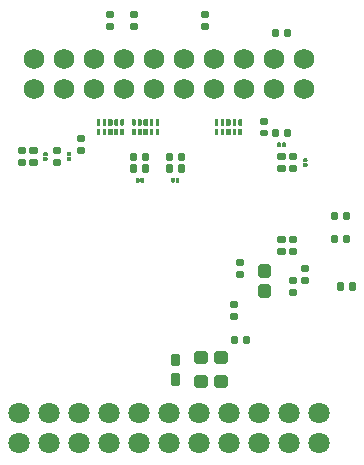
<source format=gbr>
G04 EAGLE Gerber RS-274X export*
G75*
%MOMM*%
%FSLAX34Y34*%
%LPD*%
%INSoldermask Bottom*%
%IPPOS*%
%AMOC8*
5,1,8,0,0,1.08239X$1,22.5*%
G01*
%ADD10C,0.348000*%
%ADD11C,0.605000*%
%ADD12C,0.448000*%
%ADD13C,1.805100*%
%ADD14C,1.750000*%

G36*
X-18750Y256295D02*
X-18750Y256295D01*
X-18749Y256295D01*
X-18533Y256329D01*
X-18532Y256330D01*
X-18531Y256330D01*
X-18336Y256429D01*
X-18336Y256430D01*
X-18335Y256430D01*
X-18180Y256585D01*
X-18180Y256586D01*
X-18179Y256586D01*
X-18080Y256781D01*
X-18080Y256782D01*
X-18079Y256783D01*
X-18045Y256999D01*
X-18045Y257000D01*
X-18045Y261000D01*
X-18045Y261001D01*
X-18079Y261217D01*
X-18080Y261218D01*
X-18080Y261219D01*
X-18179Y261414D01*
X-18180Y261414D01*
X-18180Y261415D01*
X-18335Y261570D01*
X-18336Y261570D01*
X-18336Y261571D01*
X-18531Y261670D01*
X-18532Y261670D01*
X-18533Y261671D01*
X-18749Y261705D01*
X-18750Y261705D01*
X-21250Y261705D01*
X-21251Y261705D01*
X-21467Y261671D01*
X-21468Y261670D01*
X-21469Y261670D01*
X-21664Y261571D01*
X-21664Y261570D01*
X-21665Y261570D01*
X-21820Y261415D01*
X-21820Y261414D01*
X-21821Y261414D01*
X-21920Y261219D01*
X-21920Y261218D01*
X-21921Y261217D01*
X-21955Y261001D01*
X-21955Y261000D01*
X-21955Y257000D01*
X-21955Y256999D01*
X-21921Y256783D01*
X-21920Y256782D01*
X-21920Y256781D01*
X-21821Y256586D01*
X-21820Y256586D01*
X-21820Y256585D01*
X-21665Y256430D01*
X-21664Y256430D01*
X-21664Y256429D01*
X-21469Y256330D01*
X-21468Y256330D01*
X-21467Y256329D01*
X-21251Y256295D01*
X-21250Y256295D01*
X-18750Y256295D01*
X-18750Y256295D01*
G37*
G36*
X-48750Y248295D02*
X-48750Y248295D01*
X-48749Y248295D01*
X-48533Y248329D01*
X-48532Y248330D01*
X-48531Y248330D01*
X-48336Y248429D01*
X-48336Y248430D01*
X-48335Y248430D01*
X-48180Y248585D01*
X-48180Y248586D01*
X-48179Y248586D01*
X-48080Y248781D01*
X-48080Y248782D01*
X-48079Y248783D01*
X-48045Y248999D01*
X-48045Y249000D01*
X-48045Y253000D01*
X-48045Y253001D01*
X-48079Y253217D01*
X-48080Y253218D01*
X-48080Y253219D01*
X-48179Y253414D01*
X-48180Y253414D01*
X-48180Y253415D01*
X-48335Y253570D01*
X-48336Y253570D01*
X-48336Y253571D01*
X-48531Y253670D01*
X-48532Y253670D01*
X-48533Y253671D01*
X-48749Y253705D01*
X-48750Y253705D01*
X-51250Y253705D01*
X-51251Y253705D01*
X-51467Y253671D01*
X-51468Y253670D01*
X-51469Y253670D01*
X-51664Y253571D01*
X-51664Y253570D01*
X-51665Y253570D01*
X-51820Y253415D01*
X-51820Y253414D01*
X-51821Y253414D01*
X-51920Y253219D01*
X-51920Y253218D01*
X-51921Y253217D01*
X-51955Y253001D01*
X-51955Y253000D01*
X-51955Y249000D01*
X-51955Y248999D01*
X-51921Y248783D01*
X-51920Y248782D01*
X-51920Y248781D01*
X-51821Y248586D01*
X-51820Y248586D01*
X-51820Y248585D01*
X-51665Y248430D01*
X-51664Y248430D01*
X-51664Y248429D01*
X-51469Y248330D01*
X-51468Y248330D01*
X-51467Y248329D01*
X-51251Y248295D01*
X-51250Y248295D01*
X-48750Y248295D01*
X-48750Y248295D01*
G37*
G36*
X-48750Y256295D02*
X-48750Y256295D01*
X-48749Y256295D01*
X-48533Y256329D01*
X-48532Y256330D01*
X-48531Y256330D01*
X-48336Y256429D01*
X-48336Y256430D01*
X-48335Y256430D01*
X-48180Y256585D01*
X-48180Y256586D01*
X-48179Y256586D01*
X-48080Y256781D01*
X-48080Y256782D01*
X-48079Y256783D01*
X-48045Y256999D01*
X-48045Y257000D01*
X-48045Y261000D01*
X-48045Y261001D01*
X-48079Y261217D01*
X-48080Y261218D01*
X-48080Y261219D01*
X-48179Y261414D01*
X-48180Y261414D01*
X-48180Y261415D01*
X-48335Y261570D01*
X-48336Y261570D01*
X-48336Y261571D01*
X-48531Y261670D01*
X-48532Y261670D01*
X-48533Y261671D01*
X-48749Y261705D01*
X-48750Y261705D01*
X-51250Y261705D01*
X-51251Y261705D01*
X-51467Y261671D01*
X-51468Y261670D01*
X-51469Y261670D01*
X-51664Y261571D01*
X-51664Y261570D01*
X-51665Y261570D01*
X-51820Y261415D01*
X-51820Y261414D01*
X-51821Y261414D01*
X-51920Y261219D01*
X-51920Y261218D01*
X-51921Y261217D01*
X-51955Y261001D01*
X-51955Y261000D01*
X-51955Y257000D01*
X-51955Y256999D01*
X-51921Y256783D01*
X-51920Y256782D01*
X-51920Y256781D01*
X-51821Y256586D01*
X-51820Y256586D01*
X-51820Y256585D01*
X-51665Y256430D01*
X-51664Y256430D01*
X-51664Y256429D01*
X-51469Y256330D01*
X-51468Y256330D01*
X-51467Y256329D01*
X-51251Y256295D01*
X-51250Y256295D01*
X-48750Y256295D01*
X-48750Y256295D01*
G37*
G36*
X-18750Y248295D02*
X-18750Y248295D01*
X-18749Y248295D01*
X-18533Y248329D01*
X-18532Y248330D01*
X-18531Y248330D01*
X-18336Y248429D01*
X-18336Y248430D01*
X-18335Y248430D01*
X-18180Y248585D01*
X-18180Y248586D01*
X-18179Y248586D01*
X-18080Y248781D01*
X-18080Y248782D01*
X-18079Y248783D01*
X-18045Y248999D01*
X-18045Y249000D01*
X-18045Y253000D01*
X-18045Y253001D01*
X-18079Y253217D01*
X-18080Y253218D01*
X-18080Y253219D01*
X-18179Y253414D01*
X-18180Y253414D01*
X-18180Y253415D01*
X-18335Y253570D01*
X-18336Y253570D01*
X-18336Y253571D01*
X-18531Y253670D01*
X-18532Y253670D01*
X-18533Y253671D01*
X-18749Y253705D01*
X-18750Y253705D01*
X-21250Y253705D01*
X-21251Y253705D01*
X-21467Y253671D01*
X-21468Y253670D01*
X-21469Y253670D01*
X-21664Y253571D01*
X-21664Y253570D01*
X-21665Y253570D01*
X-21820Y253415D01*
X-21820Y253414D01*
X-21821Y253414D01*
X-21920Y253219D01*
X-21920Y253218D01*
X-21921Y253217D01*
X-21955Y253001D01*
X-21955Y253000D01*
X-21955Y249000D01*
X-21955Y248999D01*
X-21921Y248783D01*
X-21920Y248782D01*
X-21920Y248781D01*
X-21821Y248586D01*
X-21820Y248586D01*
X-21820Y248585D01*
X-21665Y248430D01*
X-21664Y248430D01*
X-21664Y248429D01*
X-21469Y248330D01*
X-21468Y248330D01*
X-21467Y248329D01*
X-21251Y248295D01*
X-21250Y248295D01*
X-18750Y248295D01*
X-18750Y248295D01*
G37*
G36*
X51250Y256295D02*
X51250Y256295D01*
X51251Y256295D01*
X51467Y256329D01*
X51468Y256330D01*
X51469Y256330D01*
X51664Y256429D01*
X51664Y256430D01*
X51665Y256430D01*
X51820Y256585D01*
X51820Y256586D01*
X51821Y256586D01*
X51920Y256781D01*
X51920Y256782D01*
X51921Y256783D01*
X51955Y256999D01*
X51955Y257000D01*
X51955Y261000D01*
X51955Y261001D01*
X51921Y261217D01*
X51920Y261218D01*
X51920Y261219D01*
X51821Y261414D01*
X51820Y261414D01*
X51820Y261415D01*
X51665Y261570D01*
X51664Y261570D01*
X51664Y261571D01*
X51469Y261670D01*
X51468Y261670D01*
X51467Y261671D01*
X51251Y261705D01*
X51250Y261705D01*
X48750Y261705D01*
X48749Y261705D01*
X48533Y261671D01*
X48532Y261670D01*
X48531Y261670D01*
X48336Y261571D01*
X48336Y261570D01*
X48335Y261570D01*
X48180Y261415D01*
X48180Y261414D01*
X48179Y261414D01*
X48080Y261219D01*
X48080Y261218D01*
X48079Y261217D01*
X48045Y261001D01*
X48045Y261000D01*
X48045Y257000D01*
X48045Y256999D01*
X48079Y256783D01*
X48080Y256782D01*
X48080Y256781D01*
X48179Y256586D01*
X48180Y256586D01*
X48180Y256585D01*
X48335Y256430D01*
X48336Y256430D01*
X48336Y256429D01*
X48531Y256330D01*
X48532Y256330D01*
X48533Y256329D01*
X48749Y256295D01*
X48750Y256295D01*
X51250Y256295D01*
X51250Y256295D01*
G37*
G36*
X51250Y248295D02*
X51250Y248295D01*
X51251Y248295D01*
X51467Y248329D01*
X51468Y248330D01*
X51469Y248330D01*
X51664Y248429D01*
X51664Y248430D01*
X51665Y248430D01*
X51820Y248585D01*
X51820Y248586D01*
X51821Y248586D01*
X51920Y248781D01*
X51920Y248782D01*
X51921Y248783D01*
X51955Y248999D01*
X51955Y249000D01*
X51955Y253000D01*
X51955Y253001D01*
X51921Y253217D01*
X51920Y253218D01*
X51920Y253219D01*
X51821Y253414D01*
X51820Y253414D01*
X51820Y253415D01*
X51665Y253570D01*
X51664Y253570D01*
X51664Y253571D01*
X51469Y253670D01*
X51468Y253670D01*
X51467Y253671D01*
X51251Y253705D01*
X51250Y253705D01*
X48750Y253705D01*
X48749Y253705D01*
X48533Y253671D01*
X48532Y253670D01*
X48531Y253670D01*
X48336Y253571D01*
X48336Y253570D01*
X48335Y253570D01*
X48180Y253415D01*
X48180Y253414D01*
X48179Y253414D01*
X48080Y253219D01*
X48080Y253218D01*
X48079Y253217D01*
X48045Y253001D01*
X48045Y253000D01*
X48045Y249000D01*
X48045Y248999D01*
X48079Y248783D01*
X48080Y248782D01*
X48080Y248781D01*
X48179Y248586D01*
X48180Y248586D01*
X48180Y248585D01*
X48335Y248430D01*
X48336Y248430D01*
X48336Y248429D01*
X48531Y248330D01*
X48532Y248330D01*
X48533Y248329D01*
X48749Y248295D01*
X48750Y248295D01*
X51250Y248295D01*
X51250Y248295D01*
G37*
G36*
X55951Y256296D02*
X55951Y256296D01*
X55952Y256295D01*
X56132Y256356D01*
X56133Y256356D01*
X56134Y256356D01*
X56287Y256469D01*
X56287Y256470D01*
X56288Y256470D01*
X56398Y256625D01*
X56398Y256626D01*
X56399Y256627D01*
X56456Y256808D01*
X56456Y256809D01*
X56457Y256810D01*
X56455Y257000D01*
X56455Y261000D01*
X56457Y261190D01*
X56456Y261191D01*
X56456Y261192D01*
X56399Y261373D01*
X56398Y261374D01*
X56398Y261375D01*
X56288Y261530D01*
X56287Y261530D01*
X56287Y261531D01*
X56134Y261644D01*
X56132Y261644D01*
X55952Y261705D01*
X55951Y261704D01*
X55950Y261705D01*
X54050Y261705D01*
X54049Y261704D01*
X54048Y261705D01*
X53868Y261644D01*
X53867Y261644D01*
X53713Y261531D01*
X53713Y261530D01*
X53712Y261530D01*
X53602Y261375D01*
X53602Y261374D01*
X53601Y261373D01*
X53544Y261192D01*
X53544Y261191D01*
X53544Y261190D01*
X53545Y261000D01*
X53545Y257000D01*
X53544Y256810D01*
X53544Y256809D01*
X53544Y256808D01*
X53601Y256627D01*
X53602Y256626D01*
X53602Y256625D01*
X53712Y256470D01*
X53713Y256470D01*
X53713Y256469D01*
X53867Y256356D01*
X53868Y256356D01*
X54048Y256295D01*
X54049Y256296D01*
X54050Y256295D01*
X55950Y256295D01*
X55951Y256296D01*
G37*
G36*
X-44049Y256296D02*
X-44049Y256296D01*
X-44048Y256295D01*
X-43868Y256356D01*
X-43867Y256356D01*
X-43713Y256469D01*
X-43713Y256470D01*
X-43712Y256470D01*
X-43602Y256625D01*
X-43602Y256626D01*
X-43601Y256627D01*
X-43544Y256808D01*
X-43544Y256809D01*
X-43544Y256810D01*
X-43545Y257000D01*
X-43545Y261000D01*
X-43544Y261190D01*
X-43544Y261191D01*
X-43544Y261192D01*
X-43601Y261373D01*
X-43602Y261374D01*
X-43602Y261375D01*
X-43712Y261530D01*
X-43713Y261530D01*
X-43713Y261531D01*
X-43867Y261644D01*
X-43868Y261644D01*
X-44048Y261705D01*
X-44049Y261704D01*
X-44050Y261705D01*
X-45950Y261705D01*
X-45951Y261704D01*
X-45952Y261705D01*
X-46132Y261644D01*
X-46133Y261644D01*
X-46134Y261644D01*
X-46287Y261531D01*
X-46287Y261530D01*
X-46288Y261530D01*
X-46398Y261375D01*
X-46398Y261374D01*
X-46399Y261373D01*
X-46456Y261192D01*
X-46456Y261191D01*
X-46457Y261190D01*
X-46455Y261000D01*
X-46455Y257000D01*
X-46457Y256810D01*
X-46456Y256809D01*
X-46456Y256808D01*
X-46399Y256627D01*
X-46398Y256626D01*
X-46398Y256625D01*
X-46288Y256470D01*
X-46287Y256470D01*
X-46287Y256469D01*
X-46134Y256356D01*
X-46132Y256356D01*
X-45952Y256295D01*
X-45951Y256296D01*
X-45950Y256295D01*
X-44050Y256295D01*
X-44049Y256296D01*
G37*
G36*
X40951Y256296D02*
X40951Y256296D01*
X40952Y256295D01*
X41132Y256356D01*
X41133Y256356D01*
X41134Y256356D01*
X41287Y256469D01*
X41287Y256470D01*
X41288Y256470D01*
X41398Y256625D01*
X41398Y256626D01*
X41399Y256627D01*
X41456Y256808D01*
X41456Y256809D01*
X41457Y256810D01*
X41455Y257000D01*
X41455Y261000D01*
X41457Y261190D01*
X41456Y261191D01*
X41456Y261192D01*
X41399Y261373D01*
X41398Y261374D01*
X41398Y261375D01*
X41288Y261530D01*
X41287Y261530D01*
X41287Y261531D01*
X41134Y261644D01*
X41132Y261644D01*
X40952Y261705D01*
X40951Y261704D01*
X40950Y261705D01*
X39050Y261705D01*
X39049Y261704D01*
X39048Y261705D01*
X38868Y261644D01*
X38867Y261644D01*
X38713Y261531D01*
X38713Y261530D01*
X38712Y261530D01*
X38602Y261375D01*
X38602Y261374D01*
X38601Y261373D01*
X38544Y261192D01*
X38544Y261191D01*
X38544Y261190D01*
X38545Y261000D01*
X38545Y257000D01*
X38544Y256810D01*
X38544Y256809D01*
X38544Y256808D01*
X38601Y256627D01*
X38602Y256626D01*
X38602Y256625D01*
X38712Y256470D01*
X38713Y256470D01*
X38713Y256469D01*
X38867Y256356D01*
X38868Y256356D01*
X39048Y256295D01*
X39049Y256296D01*
X39050Y256295D01*
X40950Y256295D01*
X40951Y256296D01*
G37*
G36*
X-29049Y256296D02*
X-29049Y256296D01*
X-29048Y256295D01*
X-28868Y256356D01*
X-28867Y256356D01*
X-28713Y256469D01*
X-28713Y256470D01*
X-28712Y256470D01*
X-28602Y256625D01*
X-28602Y256626D01*
X-28601Y256627D01*
X-28544Y256808D01*
X-28544Y256809D01*
X-28544Y256810D01*
X-28545Y257000D01*
X-28545Y261000D01*
X-28544Y261190D01*
X-28544Y261191D01*
X-28544Y261192D01*
X-28601Y261373D01*
X-28602Y261374D01*
X-28602Y261375D01*
X-28712Y261530D01*
X-28713Y261530D01*
X-28713Y261531D01*
X-28867Y261644D01*
X-28868Y261644D01*
X-29048Y261705D01*
X-29049Y261704D01*
X-29050Y261705D01*
X-30950Y261705D01*
X-30951Y261704D01*
X-30952Y261705D01*
X-31132Y261644D01*
X-31133Y261644D01*
X-31134Y261644D01*
X-31287Y261531D01*
X-31287Y261530D01*
X-31288Y261530D01*
X-31398Y261375D01*
X-31398Y261374D01*
X-31399Y261373D01*
X-31456Y261192D01*
X-31456Y261191D01*
X-31457Y261190D01*
X-31455Y261000D01*
X-31455Y257000D01*
X-31457Y256810D01*
X-31456Y256809D01*
X-31456Y256808D01*
X-31399Y256627D01*
X-31398Y256626D01*
X-31398Y256625D01*
X-31288Y256470D01*
X-31287Y256470D01*
X-31287Y256469D01*
X-31134Y256356D01*
X-31132Y256356D01*
X-30952Y256295D01*
X-30951Y256296D01*
X-30950Y256295D01*
X-29050Y256295D01*
X-29049Y256296D01*
G37*
G36*
X-59049Y256296D02*
X-59049Y256296D01*
X-59048Y256295D01*
X-58868Y256356D01*
X-58867Y256356D01*
X-58713Y256469D01*
X-58713Y256470D01*
X-58712Y256470D01*
X-58602Y256625D01*
X-58602Y256626D01*
X-58601Y256627D01*
X-58544Y256808D01*
X-58544Y256809D01*
X-58544Y256810D01*
X-58545Y257000D01*
X-58545Y261000D01*
X-58544Y261190D01*
X-58544Y261191D01*
X-58544Y261192D01*
X-58601Y261373D01*
X-58602Y261374D01*
X-58602Y261375D01*
X-58712Y261530D01*
X-58713Y261530D01*
X-58713Y261531D01*
X-58867Y261644D01*
X-58868Y261644D01*
X-59048Y261705D01*
X-59049Y261704D01*
X-59050Y261705D01*
X-60950Y261705D01*
X-60951Y261704D01*
X-60952Y261705D01*
X-61132Y261644D01*
X-61133Y261644D01*
X-61134Y261644D01*
X-61287Y261531D01*
X-61287Y261530D01*
X-61288Y261530D01*
X-61398Y261375D01*
X-61398Y261374D01*
X-61399Y261373D01*
X-61456Y261192D01*
X-61456Y261191D01*
X-61457Y261190D01*
X-61455Y261000D01*
X-61455Y257000D01*
X-61457Y256810D01*
X-61456Y256809D01*
X-61456Y256808D01*
X-61399Y256627D01*
X-61398Y256626D01*
X-61398Y256625D01*
X-61288Y256470D01*
X-61287Y256470D01*
X-61287Y256469D01*
X-61134Y256356D01*
X-61132Y256356D01*
X-60952Y256295D01*
X-60951Y256296D01*
X-60950Y256295D01*
X-59050Y256295D01*
X-59049Y256296D01*
G37*
G36*
X45951Y256296D02*
X45951Y256296D01*
X45952Y256295D01*
X46132Y256356D01*
X46133Y256356D01*
X46134Y256356D01*
X46287Y256469D01*
X46287Y256470D01*
X46288Y256470D01*
X46398Y256625D01*
X46398Y256626D01*
X46399Y256627D01*
X46456Y256808D01*
X46456Y256809D01*
X46457Y256810D01*
X46455Y257000D01*
X46455Y261000D01*
X46457Y261190D01*
X46456Y261191D01*
X46456Y261192D01*
X46399Y261373D01*
X46398Y261374D01*
X46398Y261375D01*
X46288Y261530D01*
X46287Y261530D01*
X46287Y261531D01*
X46134Y261644D01*
X46132Y261644D01*
X45952Y261705D01*
X45951Y261704D01*
X45950Y261705D01*
X44050Y261705D01*
X44049Y261704D01*
X44048Y261705D01*
X43868Y261644D01*
X43867Y261644D01*
X43713Y261531D01*
X43713Y261530D01*
X43712Y261530D01*
X43602Y261375D01*
X43602Y261374D01*
X43601Y261373D01*
X43544Y261192D01*
X43544Y261191D01*
X43544Y261190D01*
X43545Y261000D01*
X43545Y257000D01*
X43544Y256810D01*
X43544Y256809D01*
X43544Y256808D01*
X43601Y256627D01*
X43602Y256626D01*
X43602Y256625D01*
X43712Y256470D01*
X43713Y256470D01*
X43713Y256469D01*
X43867Y256356D01*
X43868Y256356D01*
X44048Y256295D01*
X44049Y256296D01*
X44050Y256295D01*
X45950Y256295D01*
X45951Y256296D01*
G37*
G36*
X-9049Y256296D02*
X-9049Y256296D01*
X-9048Y256295D01*
X-8868Y256356D01*
X-8867Y256356D01*
X-8713Y256469D01*
X-8713Y256470D01*
X-8712Y256470D01*
X-8602Y256625D01*
X-8602Y256626D01*
X-8601Y256627D01*
X-8544Y256808D01*
X-8544Y256809D01*
X-8544Y256810D01*
X-8545Y257000D01*
X-8545Y261000D01*
X-8544Y261190D01*
X-8544Y261191D01*
X-8544Y261192D01*
X-8601Y261373D01*
X-8602Y261374D01*
X-8602Y261375D01*
X-8712Y261530D01*
X-8713Y261530D01*
X-8713Y261531D01*
X-8867Y261644D01*
X-8868Y261644D01*
X-9048Y261705D01*
X-9049Y261704D01*
X-9050Y261705D01*
X-10950Y261705D01*
X-10951Y261704D01*
X-10952Y261705D01*
X-11132Y261644D01*
X-11133Y261644D01*
X-11134Y261644D01*
X-11287Y261531D01*
X-11287Y261530D01*
X-11288Y261530D01*
X-11398Y261375D01*
X-11398Y261374D01*
X-11399Y261373D01*
X-11456Y261192D01*
X-11456Y261191D01*
X-11457Y261190D01*
X-11455Y261000D01*
X-11455Y257000D01*
X-11457Y256810D01*
X-11456Y256809D01*
X-11456Y256808D01*
X-11399Y256627D01*
X-11398Y256626D01*
X-11398Y256625D01*
X-11288Y256470D01*
X-11287Y256470D01*
X-11287Y256469D01*
X-11134Y256356D01*
X-11132Y256356D01*
X-10952Y256295D01*
X-10951Y256296D01*
X-10950Y256295D01*
X-9050Y256295D01*
X-9049Y256296D01*
G37*
G36*
X-14049Y256296D02*
X-14049Y256296D01*
X-14048Y256295D01*
X-13868Y256356D01*
X-13867Y256356D01*
X-13713Y256469D01*
X-13713Y256470D01*
X-13712Y256470D01*
X-13602Y256625D01*
X-13602Y256626D01*
X-13601Y256627D01*
X-13544Y256808D01*
X-13544Y256809D01*
X-13544Y256810D01*
X-13545Y257000D01*
X-13545Y261000D01*
X-13544Y261190D01*
X-13544Y261191D01*
X-13544Y261192D01*
X-13601Y261373D01*
X-13602Y261374D01*
X-13602Y261375D01*
X-13712Y261530D01*
X-13713Y261530D01*
X-13713Y261531D01*
X-13867Y261644D01*
X-13868Y261644D01*
X-14048Y261705D01*
X-14049Y261704D01*
X-14050Y261705D01*
X-15950Y261705D01*
X-15951Y261704D01*
X-15952Y261705D01*
X-16132Y261644D01*
X-16133Y261644D01*
X-16134Y261644D01*
X-16287Y261531D01*
X-16287Y261530D01*
X-16288Y261530D01*
X-16398Y261375D01*
X-16398Y261374D01*
X-16399Y261373D01*
X-16456Y261192D01*
X-16456Y261191D01*
X-16457Y261190D01*
X-16455Y261000D01*
X-16455Y257000D01*
X-16457Y256810D01*
X-16456Y256809D01*
X-16456Y256808D01*
X-16399Y256627D01*
X-16398Y256626D01*
X-16398Y256625D01*
X-16288Y256470D01*
X-16287Y256470D01*
X-16287Y256469D01*
X-16134Y256356D01*
X-16132Y256356D01*
X-15952Y256295D01*
X-15951Y256296D01*
X-15950Y256295D01*
X-14050Y256295D01*
X-14049Y256296D01*
G37*
G36*
X-24049Y256296D02*
X-24049Y256296D01*
X-24048Y256295D01*
X-23868Y256356D01*
X-23867Y256356D01*
X-23713Y256469D01*
X-23713Y256470D01*
X-23712Y256470D01*
X-23602Y256625D01*
X-23602Y256626D01*
X-23601Y256627D01*
X-23544Y256808D01*
X-23544Y256809D01*
X-23544Y256810D01*
X-23545Y257000D01*
X-23545Y261000D01*
X-23544Y261190D01*
X-23544Y261191D01*
X-23544Y261192D01*
X-23601Y261373D01*
X-23602Y261374D01*
X-23602Y261375D01*
X-23712Y261530D01*
X-23713Y261530D01*
X-23713Y261531D01*
X-23867Y261644D01*
X-23868Y261644D01*
X-24048Y261705D01*
X-24049Y261704D01*
X-24050Y261705D01*
X-25950Y261705D01*
X-25951Y261704D01*
X-25952Y261705D01*
X-26132Y261644D01*
X-26133Y261644D01*
X-26134Y261644D01*
X-26287Y261531D01*
X-26287Y261530D01*
X-26288Y261530D01*
X-26398Y261375D01*
X-26398Y261374D01*
X-26399Y261373D01*
X-26456Y261192D01*
X-26456Y261191D01*
X-26457Y261190D01*
X-26455Y261000D01*
X-26455Y257000D01*
X-26457Y256810D01*
X-26456Y256809D01*
X-26456Y256808D01*
X-26399Y256627D01*
X-26398Y256626D01*
X-26398Y256625D01*
X-26288Y256470D01*
X-26287Y256470D01*
X-26287Y256469D01*
X-26134Y256356D01*
X-26132Y256356D01*
X-25952Y256295D01*
X-25951Y256296D01*
X-25950Y256295D01*
X-24050Y256295D01*
X-24049Y256296D01*
G37*
G36*
X-54049Y256296D02*
X-54049Y256296D01*
X-54048Y256295D01*
X-53868Y256356D01*
X-53867Y256356D01*
X-53713Y256469D01*
X-53713Y256470D01*
X-53712Y256470D01*
X-53602Y256625D01*
X-53602Y256626D01*
X-53601Y256627D01*
X-53544Y256808D01*
X-53544Y256809D01*
X-53544Y256810D01*
X-53545Y257000D01*
X-53545Y261000D01*
X-53544Y261190D01*
X-53544Y261191D01*
X-53544Y261192D01*
X-53601Y261373D01*
X-53602Y261374D01*
X-53602Y261375D01*
X-53712Y261530D01*
X-53713Y261530D01*
X-53713Y261531D01*
X-53867Y261644D01*
X-53868Y261644D01*
X-54048Y261705D01*
X-54049Y261704D01*
X-54050Y261705D01*
X-55950Y261705D01*
X-55951Y261704D01*
X-55952Y261705D01*
X-56132Y261644D01*
X-56133Y261644D01*
X-56134Y261644D01*
X-56287Y261531D01*
X-56287Y261530D01*
X-56288Y261530D01*
X-56398Y261375D01*
X-56398Y261374D01*
X-56399Y261373D01*
X-56456Y261192D01*
X-56456Y261191D01*
X-56457Y261190D01*
X-56455Y261000D01*
X-56455Y257000D01*
X-56457Y256810D01*
X-56456Y256809D01*
X-56456Y256808D01*
X-56399Y256627D01*
X-56398Y256626D01*
X-56398Y256625D01*
X-56288Y256470D01*
X-56287Y256470D01*
X-56287Y256469D01*
X-56134Y256356D01*
X-56132Y256356D01*
X-55952Y256295D01*
X-55951Y256296D01*
X-55950Y256295D01*
X-54050Y256295D01*
X-54049Y256296D01*
G37*
G36*
X-39049Y256296D02*
X-39049Y256296D01*
X-39048Y256295D01*
X-38868Y256356D01*
X-38867Y256356D01*
X-38713Y256469D01*
X-38713Y256470D01*
X-38712Y256470D01*
X-38602Y256625D01*
X-38602Y256626D01*
X-38601Y256627D01*
X-38544Y256808D01*
X-38544Y256809D01*
X-38544Y256810D01*
X-38545Y257000D01*
X-38545Y261000D01*
X-38544Y261190D01*
X-38544Y261191D01*
X-38544Y261192D01*
X-38601Y261373D01*
X-38602Y261374D01*
X-38602Y261375D01*
X-38712Y261530D01*
X-38713Y261530D01*
X-38713Y261531D01*
X-38867Y261644D01*
X-38868Y261644D01*
X-39048Y261705D01*
X-39049Y261704D01*
X-39050Y261705D01*
X-40950Y261705D01*
X-40951Y261704D01*
X-40952Y261705D01*
X-41132Y261644D01*
X-41133Y261644D01*
X-41134Y261644D01*
X-41287Y261531D01*
X-41287Y261530D01*
X-41288Y261530D01*
X-41398Y261375D01*
X-41398Y261374D01*
X-41399Y261373D01*
X-41456Y261192D01*
X-41456Y261191D01*
X-41457Y261190D01*
X-41455Y261000D01*
X-41455Y257000D01*
X-41457Y256810D01*
X-41456Y256809D01*
X-41456Y256808D01*
X-41399Y256627D01*
X-41398Y256626D01*
X-41398Y256625D01*
X-41288Y256470D01*
X-41287Y256470D01*
X-41287Y256469D01*
X-41134Y256356D01*
X-41132Y256356D01*
X-40952Y256295D01*
X-40951Y256296D01*
X-40950Y256295D01*
X-39050Y256295D01*
X-39049Y256296D01*
G37*
G36*
X-44049Y248296D02*
X-44049Y248296D01*
X-44048Y248295D01*
X-43868Y248356D01*
X-43867Y248356D01*
X-43713Y248469D01*
X-43713Y248470D01*
X-43712Y248470D01*
X-43602Y248625D01*
X-43602Y248626D01*
X-43601Y248627D01*
X-43544Y248808D01*
X-43544Y248809D01*
X-43544Y248810D01*
X-43545Y249000D01*
X-43545Y253000D01*
X-43544Y253190D01*
X-43544Y253191D01*
X-43544Y253192D01*
X-43601Y253373D01*
X-43602Y253374D01*
X-43602Y253375D01*
X-43712Y253530D01*
X-43713Y253530D01*
X-43713Y253531D01*
X-43867Y253644D01*
X-43868Y253644D01*
X-44048Y253705D01*
X-44049Y253704D01*
X-44050Y253705D01*
X-45950Y253705D01*
X-45951Y253704D01*
X-45952Y253705D01*
X-46132Y253644D01*
X-46133Y253644D01*
X-46134Y253644D01*
X-46287Y253531D01*
X-46287Y253530D01*
X-46288Y253530D01*
X-46398Y253375D01*
X-46398Y253374D01*
X-46399Y253373D01*
X-46456Y253192D01*
X-46456Y253191D01*
X-46457Y253190D01*
X-46455Y253000D01*
X-46455Y249000D01*
X-46457Y248810D01*
X-46456Y248809D01*
X-46456Y248808D01*
X-46399Y248627D01*
X-46398Y248626D01*
X-46398Y248625D01*
X-46288Y248470D01*
X-46287Y248470D01*
X-46287Y248469D01*
X-46134Y248356D01*
X-46132Y248356D01*
X-45952Y248295D01*
X-45951Y248296D01*
X-45950Y248295D01*
X-44050Y248295D01*
X-44049Y248296D01*
G37*
G36*
X45951Y248296D02*
X45951Y248296D01*
X45952Y248295D01*
X46132Y248356D01*
X46133Y248356D01*
X46134Y248356D01*
X46287Y248469D01*
X46287Y248470D01*
X46288Y248470D01*
X46398Y248625D01*
X46398Y248626D01*
X46399Y248627D01*
X46456Y248808D01*
X46456Y248809D01*
X46457Y248810D01*
X46455Y249000D01*
X46455Y253000D01*
X46457Y253190D01*
X46456Y253191D01*
X46456Y253192D01*
X46399Y253373D01*
X46398Y253374D01*
X46398Y253375D01*
X46288Y253530D01*
X46287Y253530D01*
X46287Y253531D01*
X46134Y253644D01*
X46132Y253644D01*
X45952Y253705D01*
X45951Y253704D01*
X45950Y253705D01*
X44050Y253705D01*
X44049Y253704D01*
X44048Y253705D01*
X43868Y253644D01*
X43867Y253644D01*
X43713Y253531D01*
X43713Y253530D01*
X43712Y253530D01*
X43602Y253375D01*
X43602Y253374D01*
X43601Y253373D01*
X43544Y253192D01*
X43544Y253191D01*
X43544Y253190D01*
X43545Y253000D01*
X43545Y249000D01*
X43544Y248810D01*
X43544Y248809D01*
X43544Y248808D01*
X43601Y248627D01*
X43602Y248626D01*
X43602Y248625D01*
X43712Y248470D01*
X43713Y248470D01*
X43713Y248469D01*
X43867Y248356D01*
X43868Y248356D01*
X44048Y248295D01*
X44049Y248296D01*
X44050Y248295D01*
X45950Y248295D01*
X45951Y248296D01*
G37*
G36*
X40951Y248296D02*
X40951Y248296D01*
X40952Y248295D01*
X41132Y248356D01*
X41133Y248356D01*
X41134Y248356D01*
X41287Y248469D01*
X41287Y248470D01*
X41288Y248470D01*
X41398Y248625D01*
X41398Y248626D01*
X41399Y248627D01*
X41456Y248808D01*
X41456Y248809D01*
X41457Y248810D01*
X41455Y249000D01*
X41455Y253000D01*
X41457Y253190D01*
X41456Y253191D01*
X41456Y253192D01*
X41399Y253373D01*
X41398Y253374D01*
X41398Y253375D01*
X41288Y253530D01*
X41287Y253530D01*
X41287Y253531D01*
X41134Y253644D01*
X41132Y253644D01*
X40952Y253705D01*
X40951Y253704D01*
X40950Y253705D01*
X39050Y253705D01*
X39049Y253704D01*
X39048Y253705D01*
X38868Y253644D01*
X38867Y253644D01*
X38713Y253531D01*
X38713Y253530D01*
X38712Y253530D01*
X38602Y253375D01*
X38602Y253374D01*
X38601Y253373D01*
X38544Y253192D01*
X38544Y253191D01*
X38544Y253190D01*
X38545Y253000D01*
X38545Y249000D01*
X38544Y248810D01*
X38544Y248809D01*
X38544Y248808D01*
X38601Y248627D01*
X38602Y248626D01*
X38602Y248625D01*
X38712Y248470D01*
X38713Y248470D01*
X38713Y248469D01*
X38867Y248356D01*
X38868Y248356D01*
X39048Y248295D01*
X39049Y248296D01*
X39050Y248295D01*
X40950Y248295D01*
X40951Y248296D01*
G37*
G36*
X-24049Y248296D02*
X-24049Y248296D01*
X-24048Y248295D01*
X-23868Y248356D01*
X-23867Y248356D01*
X-23713Y248469D01*
X-23713Y248470D01*
X-23712Y248470D01*
X-23602Y248625D01*
X-23602Y248626D01*
X-23601Y248627D01*
X-23544Y248808D01*
X-23544Y248809D01*
X-23544Y248810D01*
X-23545Y249000D01*
X-23545Y253000D01*
X-23544Y253190D01*
X-23544Y253191D01*
X-23544Y253192D01*
X-23601Y253373D01*
X-23602Y253374D01*
X-23602Y253375D01*
X-23712Y253530D01*
X-23713Y253530D01*
X-23713Y253531D01*
X-23867Y253644D01*
X-23868Y253644D01*
X-24048Y253705D01*
X-24049Y253704D01*
X-24050Y253705D01*
X-25950Y253705D01*
X-25951Y253704D01*
X-25952Y253705D01*
X-26132Y253644D01*
X-26133Y253644D01*
X-26134Y253644D01*
X-26287Y253531D01*
X-26287Y253530D01*
X-26288Y253530D01*
X-26398Y253375D01*
X-26398Y253374D01*
X-26399Y253373D01*
X-26456Y253192D01*
X-26456Y253191D01*
X-26457Y253190D01*
X-26455Y253000D01*
X-26455Y249000D01*
X-26457Y248810D01*
X-26456Y248809D01*
X-26456Y248808D01*
X-26399Y248627D01*
X-26398Y248626D01*
X-26398Y248625D01*
X-26288Y248470D01*
X-26287Y248470D01*
X-26287Y248469D01*
X-26134Y248356D01*
X-26132Y248356D01*
X-25952Y248295D01*
X-25951Y248296D01*
X-25950Y248295D01*
X-24050Y248295D01*
X-24049Y248296D01*
G37*
G36*
X-29049Y248296D02*
X-29049Y248296D01*
X-29048Y248295D01*
X-28868Y248356D01*
X-28867Y248356D01*
X-28713Y248469D01*
X-28713Y248470D01*
X-28712Y248470D01*
X-28602Y248625D01*
X-28602Y248626D01*
X-28601Y248627D01*
X-28544Y248808D01*
X-28544Y248809D01*
X-28544Y248810D01*
X-28545Y249000D01*
X-28545Y253000D01*
X-28544Y253190D01*
X-28544Y253191D01*
X-28544Y253192D01*
X-28601Y253373D01*
X-28602Y253374D01*
X-28602Y253375D01*
X-28712Y253530D01*
X-28713Y253530D01*
X-28713Y253531D01*
X-28867Y253644D01*
X-28868Y253644D01*
X-29048Y253705D01*
X-29049Y253704D01*
X-29050Y253705D01*
X-30950Y253705D01*
X-30951Y253704D01*
X-30952Y253705D01*
X-31132Y253644D01*
X-31133Y253644D01*
X-31134Y253644D01*
X-31287Y253531D01*
X-31287Y253530D01*
X-31288Y253530D01*
X-31398Y253375D01*
X-31398Y253374D01*
X-31399Y253373D01*
X-31456Y253192D01*
X-31456Y253191D01*
X-31457Y253190D01*
X-31455Y253000D01*
X-31455Y249000D01*
X-31457Y248810D01*
X-31456Y248809D01*
X-31456Y248808D01*
X-31399Y248627D01*
X-31398Y248626D01*
X-31398Y248625D01*
X-31288Y248470D01*
X-31287Y248470D01*
X-31287Y248469D01*
X-31134Y248356D01*
X-31132Y248356D01*
X-30952Y248295D01*
X-30951Y248296D01*
X-30950Y248295D01*
X-29050Y248295D01*
X-29049Y248296D01*
G37*
G36*
X-9049Y248296D02*
X-9049Y248296D01*
X-9048Y248295D01*
X-8868Y248356D01*
X-8867Y248356D01*
X-8713Y248469D01*
X-8713Y248470D01*
X-8712Y248470D01*
X-8602Y248625D01*
X-8602Y248626D01*
X-8601Y248627D01*
X-8544Y248808D01*
X-8544Y248809D01*
X-8544Y248810D01*
X-8545Y249000D01*
X-8545Y253000D01*
X-8544Y253190D01*
X-8544Y253191D01*
X-8544Y253192D01*
X-8601Y253373D01*
X-8602Y253374D01*
X-8602Y253375D01*
X-8712Y253530D01*
X-8713Y253530D01*
X-8713Y253531D01*
X-8867Y253644D01*
X-8868Y253644D01*
X-9048Y253705D01*
X-9049Y253704D01*
X-9050Y253705D01*
X-10950Y253705D01*
X-10951Y253704D01*
X-10952Y253705D01*
X-11132Y253644D01*
X-11133Y253644D01*
X-11134Y253644D01*
X-11287Y253531D01*
X-11287Y253530D01*
X-11288Y253530D01*
X-11398Y253375D01*
X-11398Y253374D01*
X-11399Y253373D01*
X-11456Y253192D01*
X-11456Y253191D01*
X-11457Y253190D01*
X-11455Y253000D01*
X-11455Y249000D01*
X-11457Y248810D01*
X-11456Y248809D01*
X-11456Y248808D01*
X-11399Y248627D01*
X-11398Y248626D01*
X-11398Y248625D01*
X-11288Y248470D01*
X-11287Y248470D01*
X-11287Y248469D01*
X-11134Y248356D01*
X-11132Y248356D01*
X-10952Y248295D01*
X-10951Y248296D01*
X-10950Y248295D01*
X-9050Y248295D01*
X-9049Y248296D01*
G37*
G36*
X-14049Y248296D02*
X-14049Y248296D01*
X-14048Y248295D01*
X-13868Y248356D01*
X-13867Y248356D01*
X-13713Y248469D01*
X-13713Y248470D01*
X-13712Y248470D01*
X-13602Y248625D01*
X-13602Y248626D01*
X-13601Y248627D01*
X-13544Y248808D01*
X-13544Y248809D01*
X-13544Y248810D01*
X-13545Y249000D01*
X-13545Y253000D01*
X-13544Y253190D01*
X-13544Y253191D01*
X-13544Y253192D01*
X-13601Y253373D01*
X-13602Y253374D01*
X-13602Y253375D01*
X-13712Y253530D01*
X-13713Y253530D01*
X-13713Y253531D01*
X-13867Y253644D01*
X-13868Y253644D01*
X-14048Y253705D01*
X-14049Y253704D01*
X-14050Y253705D01*
X-15950Y253705D01*
X-15951Y253704D01*
X-15952Y253705D01*
X-16132Y253644D01*
X-16133Y253644D01*
X-16134Y253644D01*
X-16287Y253531D01*
X-16287Y253530D01*
X-16288Y253530D01*
X-16398Y253375D01*
X-16398Y253374D01*
X-16399Y253373D01*
X-16456Y253192D01*
X-16456Y253191D01*
X-16457Y253190D01*
X-16455Y253000D01*
X-16455Y249000D01*
X-16457Y248810D01*
X-16456Y248809D01*
X-16456Y248808D01*
X-16399Y248627D01*
X-16398Y248626D01*
X-16398Y248625D01*
X-16288Y248470D01*
X-16287Y248470D01*
X-16287Y248469D01*
X-16134Y248356D01*
X-16132Y248356D01*
X-15952Y248295D01*
X-15951Y248296D01*
X-15950Y248295D01*
X-14050Y248295D01*
X-14049Y248296D01*
G37*
G36*
X-39049Y248296D02*
X-39049Y248296D01*
X-39048Y248295D01*
X-38868Y248356D01*
X-38867Y248356D01*
X-38713Y248469D01*
X-38713Y248470D01*
X-38712Y248470D01*
X-38602Y248625D01*
X-38602Y248626D01*
X-38601Y248627D01*
X-38544Y248808D01*
X-38544Y248809D01*
X-38544Y248810D01*
X-38545Y249000D01*
X-38545Y253000D01*
X-38544Y253190D01*
X-38544Y253191D01*
X-38544Y253192D01*
X-38601Y253373D01*
X-38602Y253374D01*
X-38602Y253375D01*
X-38712Y253530D01*
X-38713Y253530D01*
X-38713Y253531D01*
X-38867Y253644D01*
X-38868Y253644D01*
X-39048Y253705D01*
X-39049Y253704D01*
X-39050Y253705D01*
X-40950Y253705D01*
X-40951Y253704D01*
X-40952Y253705D01*
X-41132Y253644D01*
X-41133Y253644D01*
X-41134Y253644D01*
X-41287Y253531D01*
X-41287Y253530D01*
X-41288Y253530D01*
X-41398Y253375D01*
X-41398Y253374D01*
X-41399Y253373D01*
X-41456Y253192D01*
X-41456Y253191D01*
X-41457Y253190D01*
X-41455Y253000D01*
X-41455Y249000D01*
X-41457Y248810D01*
X-41456Y248809D01*
X-41456Y248808D01*
X-41399Y248627D01*
X-41398Y248626D01*
X-41398Y248625D01*
X-41288Y248470D01*
X-41287Y248470D01*
X-41287Y248469D01*
X-41134Y248356D01*
X-41132Y248356D01*
X-40952Y248295D01*
X-40951Y248296D01*
X-40950Y248295D01*
X-39050Y248295D01*
X-39049Y248296D01*
G37*
G36*
X-59049Y248296D02*
X-59049Y248296D01*
X-59048Y248295D01*
X-58868Y248356D01*
X-58867Y248356D01*
X-58713Y248469D01*
X-58713Y248470D01*
X-58712Y248470D01*
X-58602Y248625D01*
X-58602Y248626D01*
X-58601Y248627D01*
X-58544Y248808D01*
X-58544Y248809D01*
X-58544Y248810D01*
X-58545Y249000D01*
X-58545Y253000D01*
X-58544Y253190D01*
X-58544Y253191D01*
X-58544Y253192D01*
X-58601Y253373D01*
X-58602Y253374D01*
X-58602Y253375D01*
X-58712Y253530D01*
X-58713Y253530D01*
X-58713Y253531D01*
X-58867Y253644D01*
X-58868Y253644D01*
X-59048Y253705D01*
X-59049Y253704D01*
X-59050Y253705D01*
X-60950Y253705D01*
X-60951Y253704D01*
X-60952Y253705D01*
X-61132Y253644D01*
X-61133Y253644D01*
X-61134Y253644D01*
X-61287Y253531D01*
X-61287Y253530D01*
X-61288Y253530D01*
X-61398Y253375D01*
X-61398Y253374D01*
X-61399Y253373D01*
X-61456Y253192D01*
X-61456Y253191D01*
X-61457Y253190D01*
X-61455Y253000D01*
X-61455Y249000D01*
X-61457Y248810D01*
X-61456Y248809D01*
X-61456Y248808D01*
X-61399Y248627D01*
X-61398Y248626D01*
X-61398Y248625D01*
X-61288Y248470D01*
X-61287Y248470D01*
X-61287Y248469D01*
X-61134Y248356D01*
X-61132Y248356D01*
X-60952Y248295D01*
X-60951Y248296D01*
X-60950Y248295D01*
X-59050Y248295D01*
X-59049Y248296D01*
G37*
G36*
X-54049Y248296D02*
X-54049Y248296D01*
X-54048Y248295D01*
X-53868Y248356D01*
X-53867Y248356D01*
X-53713Y248469D01*
X-53713Y248470D01*
X-53712Y248470D01*
X-53602Y248625D01*
X-53602Y248626D01*
X-53601Y248627D01*
X-53544Y248808D01*
X-53544Y248809D01*
X-53544Y248810D01*
X-53545Y249000D01*
X-53545Y253000D01*
X-53544Y253190D01*
X-53544Y253191D01*
X-53544Y253192D01*
X-53601Y253373D01*
X-53602Y253374D01*
X-53602Y253375D01*
X-53712Y253530D01*
X-53713Y253530D01*
X-53713Y253531D01*
X-53867Y253644D01*
X-53868Y253644D01*
X-54048Y253705D01*
X-54049Y253704D01*
X-54050Y253705D01*
X-55950Y253705D01*
X-55951Y253704D01*
X-55952Y253705D01*
X-56132Y253644D01*
X-56133Y253644D01*
X-56134Y253644D01*
X-56287Y253531D01*
X-56287Y253530D01*
X-56288Y253530D01*
X-56398Y253375D01*
X-56398Y253374D01*
X-56399Y253373D01*
X-56456Y253192D01*
X-56456Y253191D01*
X-56457Y253190D01*
X-56455Y253000D01*
X-56455Y249000D01*
X-56457Y248810D01*
X-56456Y248809D01*
X-56456Y248808D01*
X-56399Y248627D01*
X-56398Y248626D01*
X-56398Y248625D01*
X-56288Y248470D01*
X-56287Y248470D01*
X-56287Y248469D01*
X-56134Y248356D01*
X-56132Y248356D01*
X-55952Y248295D01*
X-55951Y248296D01*
X-55950Y248295D01*
X-54050Y248295D01*
X-54049Y248296D01*
G37*
G36*
X60951Y256296D02*
X60951Y256296D01*
X60952Y256295D01*
X61132Y256356D01*
X61133Y256356D01*
X61134Y256356D01*
X61287Y256469D01*
X61287Y256470D01*
X61288Y256470D01*
X61398Y256625D01*
X61398Y256626D01*
X61399Y256627D01*
X61456Y256808D01*
X61456Y256809D01*
X61457Y256810D01*
X61455Y257000D01*
X61455Y261000D01*
X61457Y261190D01*
X61456Y261191D01*
X61456Y261192D01*
X61399Y261373D01*
X61398Y261374D01*
X61398Y261375D01*
X61288Y261530D01*
X61287Y261530D01*
X61287Y261531D01*
X61134Y261644D01*
X61132Y261644D01*
X60952Y261705D01*
X60951Y261704D01*
X60950Y261705D01*
X59050Y261705D01*
X59049Y261704D01*
X59048Y261705D01*
X58868Y261644D01*
X58867Y261644D01*
X58713Y261531D01*
X58713Y261530D01*
X58712Y261530D01*
X58602Y261375D01*
X58602Y261374D01*
X58601Y261373D01*
X58544Y261192D01*
X58544Y261191D01*
X58544Y261190D01*
X58545Y261000D01*
X58545Y257000D01*
X58544Y256810D01*
X58544Y256809D01*
X58544Y256808D01*
X58601Y256627D01*
X58602Y256626D01*
X58602Y256625D01*
X58712Y256470D01*
X58713Y256470D01*
X58713Y256469D01*
X58867Y256356D01*
X58868Y256356D01*
X59048Y256295D01*
X59049Y256296D01*
X59050Y256295D01*
X60950Y256295D01*
X60951Y256296D01*
G37*
G36*
X55951Y248296D02*
X55951Y248296D01*
X55952Y248295D01*
X56132Y248356D01*
X56133Y248356D01*
X56134Y248356D01*
X56287Y248469D01*
X56287Y248470D01*
X56288Y248470D01*
X56398Y248625D01*
X56398Y248626D01*
X56399Y248627D01*
X56456Y248808D01*
X56456Y248809D01*
X56457Y248810D01*
X56455Y249000D01*
X56455Y253000D01*
X56457Y253190D01*
X56456Y253191D01*
X56456Y253192D01*
X56399Y253373D01*
X56398Y253374D01*
X56398Y253375D01*
X56288Y253530D01*
X56287Y253530D01*
X56287Y253531D01*
X56134Y253644D01*
X56132Y253644D01*
X55952Y253705D01*
X55951Y253704D01*
X55950Y253705D01*
X54050Y253705D01*
X54049Y253704D01*
X54048Y253705D01*
X53868Y253644D01*
X53867Y253644D01*
X53713Y253531D01*
X53713Y253530D01*
X53712Y253530D01*
X53602Y253375D01*
X53602Y253374D01*
X53601Y253373D01*
X53544Y253192D01*
X53544Y253191D01*
X53544Y253190D01*
X53545Y253000D01*
X53545Y249000D01*
X53544Y248810D01*
X53544Y248809D01*
X53544Y248808D01*
X53601Y248627D01*
X53602Y248626D01*
X53602Y248625D01*
X53712Y248470D01*
X53713Y248470D01*
X53713Y248469D01*
X53867Y248356D01*
X53868Y248356D01*
X54048Y248295D01*
X54049Y248296D01*
X54050Y248295D01*
X55950Y248295D01*
X55951Y248296D01*
G37*
G36*
X60951Y248296D02*
X60951Y248296D01*
X60952Y248295D01*
X61132Y248356D01*
X61133Y248356D01*
X61134Y248356D01*
X61287Y248469D01*
X61287Y248470D01*
X61288Y248470D01*
X61398Y248625D01*
X61398Y248626D01*
X61399Y248627D01*
X61456Y248808D01*
X61456Y248809D01*
X61457Y248810D01*
X61455Y249000D01*
X61455Y253000D01*
X61457Y253190D01*
X61456Y253191D01*
X61456Y253192D01*
X61399Y253373D01*
X61398Y253374D01*
X61398Y253375D01*
X61288Y253530D01*
X61287Y253530D01*
X61287Y253531D01*
X61134Y253644D01*
X61132Y253644D01*
X60952Y253705D01*
X60951Y253704D01*
X60950Y253705D01*
X59050Y253705D01*
X59049Y253704D01*
X59048Y253705D01*
X58868Y253644D01*
X58867Y253644D01*
X58713Y253531D01*
X58713Y253530D01*
X58712Y253530D01*
X58602Y253375D01*
X58602Y253374D01*
X58601Y253373D01*
X58544Y253192D01*
X58544Y253191D01*
X58544Y253190D01*
X58545Y253000D01*
X58545Y249000D01*
X58544Y248810D01*
X58544Y248809D01*
X58544Y248808D01*
X58601Y248627D01*
X58602Y248626D01*
X58602Y248625D01*
X58712Y248470D01*
X58713Y248470D01*
X58713Y248469D01*
X58867Y248356D01*
X58868Y248356D01*
X59048Y248295D01*
X59049Y248296D01*
X59050Y248295D01*
X60950Y248295D01*
X60951Y248296D01*
G37*
G36*
X97550Y237995D02*
X97550Y237995D01*
X97551Y237995D01*
X97860Y238044D01*
X97860Y238045D01*
X97861Y238045D01*
X98140Y238187D01*
X98140Y238188D01*
X98141Y238187D01*
X98363Y238409D01*
X98363Y238410D01*
X98506Y238689D01*
X98505Y238690D01*
X98506Y238690D01*
X98555Y238999D01*
X98555Y239000D01*
X98555Y241000D01*
X98555Y241001D01*
X98506Y241310D01*
X98505Y241310D01*
X98506Y241311D01*
X98363Y241590D01*
X98363Y241591D01*
X98141Y241813D01*
X98140Y241813D01*
X97861Y241956D01*
X97860Y241955D01*
X97860Y241956D01*
X97551Y242005D01*
X97550Y242005D01*
X96250Y242005D01*
X96249Y242005D01*
X95940Y241956D01*
X95940Y241955D01*
X95939Y241956D01*
X95660Y241813D01*
X95659Y241813D01*
X95437Y241591D01*
X95437Y241590D01*
X95295Y241311D01*
X95295Y241310D01*
X95294Y241310D01*
X95245Y241001D01*
X95245Y241000D01*
X95245Y239000D01*
X95245Y238999D01*
X95294Y238690D01*
X95295Y238690D01*
X95295Y238689D01*
X95437Y238410D01*
X95438Y238410D01*
X95437Y238409D01*
X95659Y238187D01*
X95660Y238187D01*
X95939Y238045D01*
X95940Y238045D01*
X95940Y238044D01*
X96249Y237995D01*
X96250Y237995D01*
X97550Y237995D01*
X97550Y237995D01*
G37*
G36*
X93750Y237995D02*
X93750Y237995D01*
X93751Y237995D01*
X94060Y238044D01*
X94060Y238045D01*
X94061Y238045D01*
X94340Y238187D01*
X94340Y238188D01*
X94341Y238187D01*
X94563Y238409D01*
X94563Y238410D01*
X94706Y238689D01*
X94705Y238690D01*
X94706Y238690D01*
X94755Y238999D01*
X94755Y239000D01*
X94755Y241000D01*
X94755Y241001D01*
X94706Y241310D01*
X94705Y241310D01*
X94706Y241311D01*
X94563Y241590D01*
X94563Y241591D01*
X94341Y241813D01*
X94340Y241813D01*
X94061Y241956D01*
X94060Y241955D01*
X94060Y241956D01*
X93751Y242005D01*
X93750Y242005D01*
X92450Y242005D01*
X92449Y242005D01*
X92140Y241956D01*
X92140Y241955D01*
X92139Y241956D01*
X91860Y241813D01*
X91859Y241813D01*
X91637Y241591D01*
X91637Y241590D01*
X91495Y241311D01*
X91495Y241310D01*
X91494Y241310D01*
X91445Y241001D01*
X91445Y241000D01*
X91445Y239000D01*
X91445Y238999D01*
X91494Y238690D01*
X91495Y238690D01*
X91495Y238689D01*
X91637Y238410D01*
X91638Y238410D01*
X91637Y238409D01*
X91859Y238187D01*
X91860Y238187D01*
X92139Y238045D01*
X92140Y238045D01*
X92140Y238044D01*
X92449Y237995D01*
X92450Y237995D01*
X93750Y237995D01*
X93750Y237995D01*
G37*
G36*
X7550Y207995D02*
X7550Y207995D01*
X7551Y207995D01*
X7860Y208044D01*
X7860Y208045D01*
X7861Y208045D01*
X8140Y208187D01*
X8140Y208188D01*
X8141Y208187D01*
X8363Y208409D01*
X8363Y208410D01*
X8506Y208689D01*
X8505Y208690D01*
X8506Y208690D01*
X8555Y208999D01*
X8555Y209000D01*
X8555Y211000D01*
X8555Y211001D01*
X8506Y211310D01*
X8505Y211310D01*
X8506Y211311D01*
X8363Y211590D01*
X8363Y211591D01*
X8141Y211813D01*
X8140Y211813D01*
X7861Y211956D01*
X7860Y211955D01*
X7860Y211956D01*
X7551Y212005D01*
X7550Y212005D01*
X6250Y212005D01*
X6249Y212005D01*
X5940Y211956D01*
X5940Y211955D01*
X5939Y211956D01*
X5660Y211813D01*
X5659Y211813D01*
X5437Y211591D01*
X5437Y211590D01*
X5295Y211311D01*
X5295Y211310D01*
X5294Y211310D01*
X5245Y211001D01*
X5245Y211000D01*
X5245Y209000D01*
X5245Y208999D01*
X5294Y208690D01*
X5295Y208690D01*
X5295Y208689D01*
X5437Y208410D01*
X5438Y208410D01*
X5437Y208409D01*
X5659Y208187D01*
X5660Y208187D01*
X5939Y208045D01*
X5940Y208045D01*
X5940Y208044D01*
X6249Y207995D01*
X6250Y207995D01*
X7550Y207995D01*
X7550Y207995D01*
G37*
G36*
X3750Y207995D02*
X3750Y207995D01*
X3751Y207995D01*
X4060Y208044D01*
X4060Y208045D01*
X4061Y208045D01*
X4340Y208187D01*
X4340Y208188D01*
X4341Y208187D01*
X4563Y208409D01*
X4563Y208410D01*
X4706Y208689D01*
X4705Y208690D01*
X4706Y208690D01*
X4755Y208999D01*
X4755Y209000D01*
X4755Y211000D01*
X4755Y211001D01*
X4706Y211310D01*
X4705Y211310D01*
X4706Y211311D01*
X4563Y211590D01*
X4563Y211591D01*
X4341Y211813D01*
X4340Y211813D01*
X4061Y211956D01*
X4060Y211955D01*
X4060Y211956D01*
X3751Y212005D01*
X3750Y212005D01*
X2450Y212005D01*
X2449Y212005D01*
X2140Y211956D01*
X2140Y211955D01*
X2139Y211956D01*
X1860Y211813D01*
X1859Y211813D01*
X1637Y211591D01*
X1637Y211590D01*
X1495Y211311D01*
X1495Y211310D01*
X1494Y211310D01*
X1445Y211001D01*
X1445Y211000D01*
X1445Y209000D01*
X1445Y208999D01*
X1494Y208690D01*
X1495Y208690D01*
X1495Y208689D01*
X1637Y208410D01*
X1638Y208410D01*
X1637Y208409D01*
X1859Y208187D01*
X1860Y208187D01*
X2139Y208045D01*
X2140Y208045D01*
X2140Y208044D01*
X2449Y207995D01*
X2450Y207995D01*
X3750Y207995D01*
X3750Y207995D01*
G37*
G36*
X-22450Y207995D02*
X-22450Y207995D01*
X-22449Y207995D01*
X-22140Y208044D01*
X-22140Y208045D01*
X-22139Y208045D01*
X-21860Y208187D01*
X-21860Y208188D01*
X-21859Y208187D01*
X-21637Y208409D01*
X-21637Y208410D01*
X-21495Y208689D01*
X-21495Y208690D01*
X-21494Y208690D01*
X-21445Y208999D01*
X-21445Y209000D01*
X-21445Y211000D01*
X-21445Y211001D01*
X-21494Y211310D01*
X-21495Y211310D01*
X-21495Y211311D01*
X-21637Y211590D01*
X-21638Y211590D01*
X-21637Y211591D01*
X-21859Y211813D01*
X-21860Y211813D01*
X-22139Y211956D01*
X-22140Y211955D01*
X-22140Y211956D01*
X-22449Y212005D01*
X-22450Y212005D01*
X-23750Y212005D01*
X-23751Y212005D01*
X-24060Y211956D01*
X-24060Y211955D01*
X-24061Y211956D01*
X-24340Y211813D01*
X-24341Y211813D01*
X-24563Y211591D01*
X-24563Y211590D01*
X-24706Y211311D01*
X-24705Y211310D01*
X-24706Y211310D01*
X-24755Y211001D01*
X-24755Y211000D01*
X-24755Y209000D01*
X-24755Y208999D01*
X-24706Y208690D01*
X-24705Y208690D01*
X-24706Y208689D01*
X-24563Y208410D01*
X-24563Y208409D01*
X-24341Y208187D01*
X-24340Y208187D01*
X-24061Y208045D01*
X-24060Y208045D01*
X-24060Y208044D01*
X-23751Y207995D01*
X-23750Y207995D01*
X-22450Y207995D01*
X-22450Y207995D01*
G37*
G36*
X-26250Y207995D02*
X-26250Y207995D01*
X-26249Y207995D01*
X-25940Y208044D01*
X-25940Y208045D01*
X-25939Y208045D01*
X-25660Y208187D01*
X-25660Y208188D01*
X-25659Y208187D01*
X-25437Y208409D01*
X-25437Y208410D01*
X-25295Y208689D01*
X-25295Y208690D01*
X-25294Y208690D01*
X-25245Y208999D01*
X-25245Y209000D01*
X-25245Y211000D01*
X-25245Y211001D01*
X-25294Y211310D01*
X-25295Y211310D01*
X-25295Y211311D01*
X-25437Y211590D01*
X-25438Y211590D01*
X-25437Y211591D01*
X-25659Y211813D01*
X-25660Y211813D01*
X-25939Y211956D01*
X-25940Y211955D01*
X-25940Y211956D01*
X-26249Y212005D01*
X-26250Y212005D01*
X-27550Y212005D01*
X-27551Y212005D01*
X-27860Y211956D01*
X-27860Y211955D01*
X-27861Y211956D01*
X-28140Y211813D01*
X-28141Y211813D01*
X-28363Y211591D01*
X-28363Y211590D01*
X-28506Y211311D01*
X-28505Y211310D01*
X-28506Y211310D01*
X-28555Y211001D01*
X-28555Y211000D01*
X-28555Y209000D01*
X-28555Y208999D01*
X-28506Y208690D01*
X-28505Y208690D01*
X-28506Y208689D01*
X-28363Y208410D01*
X-28363Y208409D01*
X-28141Y208187D01*
X-28140Y208187D01*
X-27861Y208045D01*
X-27860Y208045D01*
X-27860Y208044D01*
X-27551Y207995D01*
X-27550Y207995D01*
X-26250Y207995D01*
X-26250Y207995D01*
G37*
G36*
X-104000Y230245D02*
X-104000Y230245D01*
X-103999Y230245D01*
X-103690Y230294D01*
X-103690Y230295D01*
X-103689Y230295D01*
X-103410Y230437D01*
X-103410Y230438D01*
X-103409Y230437D01*
X-103187Y230659D01*
X-103187Y230660D01*
X-103045Y230939D01*
X-103045Y230940D01*
X-103044Y230940D01*
X-102995Y231249D01*
X-102995Y231250D01*
X-102995Y232550D01*
X-102995Y232551D01*
X-103044Y232860D01*
X-103045Y232860D01*
X-103045Y232861D01*
X-103187Y233140D01*
X-103188Y233140D01*
X-103187Y233141D01*
X-103409Y233363D01*
X-103410Y233363D01*
X-103689Y233506D01*
X-103690Y233505D01*
X-103690Y233506D01*
X-103999Y233555D01*
X-104000Y233555D01*
X-106000Y233555D01*
X-106001Y233555D01*
X-106310Y233506D01*
X-106310Y233505D01*
X-106311Y233506D01*
X-106590Y233363D01*
X-106591Y233363D01*
X-106813Y233141D01*
X-106813Y233140D01*
X-106956Y232861D01*
X-106955Y232860D01*
X-106956Y232860D01*
X-107005Y232551D01*
X-107005Y232550D01*
X-107005Y231250D01*
X-107005Y231249D01*
X-106956Y230940D01*
X-106955Y230940D01*
X-106956Y230939D01*
X-106813Y230660D01*
X-106813Y230659D01*
X-106591Y230437D01*
X-106590Y230437D01*
X-106311Y230295D01*
X-106310Y230295D01*
X-106310Y230294D01*
X-106001Y230245D01*
X-106000Y230245D01*
X-104000Y230245D01*
X-104000Y230245D01*
G37*
G36*
X-84000Y230245D02*
X-84000Y230245D01*
X-83999Y230245D01*
X-83690Y230294D01*
X-83690Y230295D01*
X-83689Y230295D01*
X-83410Y230437D01*
X-83410Y230438D01*
X-83409Y230437D01*
X-83187Y230659D01*
X-83187Y230660D01*
X-83045Y230939D01*
X-83045Y230940D01*
X-83044Y230940D01*
X-82995Y231249D01*
X-82995Y231250D01*
X-82995Y232550D01*
X-82995Y232551D01*
X-83044Y232860D01*
X-83045Y232860D01*
X-83045Y232861D01*
X-83187Y233140D01*
X-83188Y233140D01*
X-83187Y233141D01*
X-83409Y233363D01*
X-83410Y233363D01*
X-83689Y233506D01*
X-83690Y233505D01*
X-83690Y233506D01*
X-83999Y233555D01*
X-84000Y233555D01*
X-86000Y233555D01*
X-86001Y233555D01*
X-86310Y233506D01*
X-86310Y233505D01*
X-86311Y233506D01*
X-86590Y233363D01*
X-86591Y233363D01*
X-86813Y233141D01*
X-86813Y233140D01*
X-86956Y232861D01*
X-86955Y232860D01*
X-86956Y232860D01*
X-87005Y232551D01*
X-87005Y232550D01*
X-87005Y231250D01*
X-87005Y231249D01*
X-86956Y230940D01*
X-86955Y230940D01*
X-86956Y230939D01*
X-86813Y230660D01*
X-86813Y230659D01*
X-86591Y230437D01*
X-86590Y230437D01*
X-86311Y230295D01*
X-86310Y230295D01*
X-86310Y230294D01*
X-86001Y230245D01*
X-86000Y230245D01*
X-84000Y230245D01*
X-84000Y230245D01*
G37*
G36*
X-104000Y226445D02*
X-104000Y226445D01*
X-103999Y226445D01*
X-103690Y226494D01*
X-103690Y226495D01*
X-103689Y226495D01*
X-103410Y226637D01*
X-103410Y226638D01*
X-103409Y226637D01*
X-103187Y226859D01*
X-103187Y226860D01*
X-103045Y227139D01*
X-103045Y227140D01*
X-103044Y227140D01*
X-102995Y227449D01*
X-102995Y227450D01*
X-102995Y228750D01*
X-102995Y228751D01*
X-103044Y229060D01*
X-103045Y229060D01*
X-103045Y229061D01*
X-103187Y229340D01*
X-103188Y229340D01*
X-103187Y229341D01*
X-103409Y229563D01*
X-103410Y229563D01*
X-103689Y229706D01*
X-103690Y229705D01*
X-103690Y229706D01*
X-103999Y229755D01*
X-104000Y229755D01*
X-106000Y229755D01*
X-106001Y229755D01*
X-106310Y229706D01*
X-106310Y229705D01*
X-106311Y229706D01*
X-106590Y229563D01*
X-106591Y229563D01*
X-106813Y229341D01*
X-106813Y229340D01*
X-106956Y229061D01*
X-106955Y229060D01*
X-106956Y229060D01*
X-107005Y228751D01*
X-107005Y228750D01*
X-107005Y227450D01*
X-107005Y227449D01*
X-106956Y227140D01*
X-106955Y227140D01*
X-106956Y227139D01*
X-106813Y226860D01*
X-106813Y226859D01*
X-106591Y226637D01*
X-106590Y226637D01*
X-106311Y226495D01*
X-106310Y226495D01*
X-106310Y226494D01*
X-106001Y226445D01*
X-106000Y226445D01*
X-104000Y226445D01*
X-104000Y226445D01*
G37*
G36*
X-84000Y226445D02*
X-84000Y226445D01*
X-83999Y226445D01*
X-83690Y226494D01*
X-83690Y226495D01*
X-83689Y226495D01*
X-83410Y226637D01*
X-83410Y226638D01*
X-83409Y226637D01*
X-83187Y226859D01*
X-83187Y226860D01*
X-83045Y227139D01*
X-83045Y227140D01*
X-83044Y227140D01*
X-82995Y227449D01*
X-82995Y227450D01*
X-82995Y228750D01*
X-82995Y228751D01*
X-83044Y229060D01*
X-83045Y229060D01*
X-83045Y229061D01*
X-83187Y229340D01*
X-83188Y229340D01*
X-83187Y229341D01*
X-83409Y229563D01*
X-83410Y229563D01*
X-83689Y229706D01*
X-83690Y229705D01*
X-83690Y229706D01*
X-83999Y229755D01*
X-84000Y229755D01*
X-86000Y229755D01*
X-86001Y229755D01*
X-86310Y229706D01*
X-86310Y229705D01*
X-86311Y229706D01*
X-86590Y229563D01*
X-86591Y229563D01*
X-86813Y229341D01*
X-86813Y229340D01*
X-86956Y229061D01*
X-86955Y229060D01*
X-86956Y229060D01*
X-87005Y228751D01*
X-87005Y228750D01*
X-87005Y227450D01*
X-87005Y227449D01*
X-86956Y227140D01*
X-86955Y227140D01*
X-86956Y227139D01*
X-86813Y226860D01*
X-86813Y226859D01*
X-86591Y226637D01*
X-86590Y226637D01*
X-86311Y226495D01*
X-86310Y226495D01*
X-86310Y226494D01*
X-86001Y226445D01*
X-86000Y226445D01*
X-84000Y226445D01*
X-84000Y226445D01*
G37*
G36*
X116000Y221445D02*
X116000Y221445D01*
X116001Y221445D01*
X116310Y221494D01*
X116310Y221495D01*
X116311Y221495D01*
X116590Y221637D01*
X116590Y221638D01*
X116591Y221637D01*
X116813Y221859D01*
X116813Y221860D01*
X116956Y222139D01*
X116955Y222140D01*
X116956Y222140D01*
X117005Y222449D01*
X117005Y222450D01*
X117005Y223750D01*
X117005Y223751D01*
X116956Y224060D01*
X116955Y224060D01*
X116956Y224061D01*
X116813Y224340D01*
X116813Y224341D01*
X116591Y224563D01*
X116590Y224563D01*
X116311Y224706D01*
X116310Y224705D01*
X116310Y224706D01*
X116001Y224755D01*
X116000Y224755D01*
X114000Y224755D01*
X113999Y224755D01*
X113690Y224706D01*
X113690Y224705D01*
X113689Y224706D01*
X113410Y224563D01*
X113409Y224563D01*
X113187Y224341D01*
X113187Y224340D01*
X113045Y224061D01*
X113045Y224060D01*
X113044Y224060D01*
X112995Y223751D01*
X112995Y223750D01*
X112995Y222450D01*
X112995Y222449D01*
X113044Y222140D01*
X113045Y222140D01*
X113045Y222139D01*
X113187Y221860D01*
X113188Y221860D01*
X113187Y221859D01*
X113409Y221637D01*
X113410Y221637D01*
X113689Y221495D01*
X113690Y221495D01*
X113690Y221494D01*
X113999Y221445D01*
X114000Y221445D01*
X116000Y221445D01*
X116000Y221445D01*
G37*
G36*
X116000Y225245D02*
X116000Y225245D01*
X116001Y225245D01*
X116310Y225294D01*
X116310Y225295D01*
X116311Y225295D01*
X116590Y225437D01*
X116590Y225438D01*
X116591Y225437D01*
X116813Y225659D01*
X116813Y225660D01*
X116956Y225939D01*
X116955Y225940D01*
X116956Y225940D01*
X117005Y226249D01*
X117005Y226250D01*
X117005Y227550D01*
X117005Y227551D01*
X116956Y227860D01*
X116955Y227860D01*
X116956Y227861D01*
X116813Y228140D01*
X116813Y228141D01*
X116591Y228363D01*
X116590Y228363D01*
X116311Y228506D01*
X116310Y228505D01*
X116310Y228506D01*
X116001Y228555D01*
X116000Y228555D01*
X114000Y228555D01*
X113999Y228555D01*
X113690Y228506D01*
X113690Y228505D01*
X113689Y228506D01*
X113410Y228363D01*
X113409Y228363D01*
X113187Y228141D01*
X113187Y228140D01*
X113045Y227861D01*
X113045Y227860D01*
X113044Y227860D01*
X112995Y227551D01*
X112995Y227550D01*
X112995Y226250D01*
X112995Y226249D01*
X113044Y225940D01*
X113045Y225940D01*
X113045Y225939D01*
X113187Y225660D01*
X113188Y225660D01*
X113187Y225659D01*
X113409Y225437D01*
X113410Y225437D01*
X113689Y225295D01*
X113690Y225295D01*
X113690Y225294D01*
X113999Y225245D01*
X114000Y225245D01*
X116000Y225245D01*
X116000Y225245D01*
G37*
D10*
X91260Y333240D02*
X88740Y333240D01*
X88740Y336760D01*
X91260Y336760D01*
X91260Y333240D01*
X91260Y336546D02*
X88740Y336546D01*
X98740Y333240D02*
X101260Y333240D01*
X98740Y333240D02*
X98740Y336760D01*
X101260Y336760D01*
X101260Y333240D01*
X101260Y336546D02*
X98740Y336546D01*
D11*
X29475Y57525D02*
X23525Y57525D01*
X23525Y62475D01*
X29475Y62475D01*
X29475Y57525D01*
X40525Y57525D02*
X46475Y57525D01*
X40525Y57525D02*
X40525Y62475D01*
X46475Y62475D01*
X46475Y57525D01*
X29475Y37525D02*
X23525Y37525D01*
X23525Y42475D01*
X29475Y42475D01*
X29475Y37525D01*
X40525Y37525D02*
X46475Y37525D01*
X40525Y37525D02*
X40525Y42475D01*
X46475Y42475D01*
X46475Y37525D01*
D10*
X148740Y161760D02*
X151260Y161760D01*
X151260Y158240D01*
X148740Y158240D01*
X148740Y161760D01*
X148740Y161546D02*
X151260Y161546D01*
X141260Y161760D02*
X138740Y161760D01*
X141260Y161760D02*
X141260Y158240D01*
X138740Y158240D01*
X138740Y161760D01*
X138740Y161546D02*
X141260Y161546D01*
X143740Y118240D02*
X146260Y118240D01*
X143740Y118240D02*
X143740Y121760D01*
X146260Y121760D01*
X146260Y118240D01*
X146260Y121546D02*
X143740Y121546D01*
X153740Y118240D02*
X156260Y118240D01*
X153740Y118240D02*
X153740Y121760D01*
X156260Y121760D01*
X156260Y118240D01*
X156260Y121546D02*
X153740Y121546D01*
D11*
X77525Y130525D02*
X77525Y136475D01*
X82475Y136475D01*
X82475Y130525D01*
X77525Y130525D01*
X77525Y136272D02*
X82475Y136272D01*
X77525Y119475D02*
X77525Y113525D01*
X77525Y119475D02*
X82475Y119475D01*
X82475Y113525D01*
X77525Y113525D01*
X77525Y119272D02*
X82475Y119272D01*
D10*
X58240Y138740D02*
X58240Y141260D01*
X61760Y141260D01*
X61760Y138740D01*
X58240Y138740D01*
X58240Y131260D02*
X58240Y128740D01*
X58240Y131260D02*
X61760Y131260D01*
X61760Y128740D01*
X58240Y128740D01*
X106760Y116260D02*
X106760Y113740D01*
X103240Y113740D01*
X103240Y116260D01*
X106760Y116260D01*
X106760Y123740D02*
X106760Y126260D01*
X106760Y123740D02*
X103240Y123740D01*
X103240Y126260D01*
X106760Y126260D01*
X93240Y158740D02*
X93240Y161260D01*
X96760Y161260D01*
X96760Y158740D01*
X93240Y158740D01*
X93240Y151260D02*
X93240Y148740D01*
X93240Y151260D02*
X96760Y151260D01*
X96760Y148740D01*
X93240Y148740D01*
X103240Y158740D02*
X103240Y161260D01*
X106760Y161260D01*
X106760Y158740D01*
X103240Y158740D01*
X103240Y151260D02*
X103240Y148740D01*
X103240Y151260D02*
X106760Y151260D01*
X106760Y148740D01*
X103240Y148740D01*
X113240Y136260D02*
X113240Y133740D01*
X113240Y136260D02*
X116760Y136260D01*
X116760Y133740D01*
X113240Y133740D01*
X113240Y126260D02*
X113240Y123740D01*
X113240Y126260D02*
X116760Y126260D01*
X116760Y123740D01*
X113240Y123740D01*
D12*
X6760Y44760D02*
X6760Y38740D01*
X3240Y38740D01*
X3240Y44760D01*
X6760Y44760D01*
X6760Y42996D02*
X3240Y42996D01*
X6760Y55240D02*
X6760Y61260D01*
X6760Y55240D02*
X3240Y55240D01*
X3240Y61260D01*
X6760Y61260D01*
X6760Y59496D02*
X3240Y59496D01*
D10*
X138740Y181760D02*
X141260Y181760D01*
X141260Y178240D01*
X138740Y178240D01*
X138740Y181760D01*
X138740Y181546D02*
X141260Y181546D01*
X148740Y181760D02*
X151260Y181760D01*
X151260Y178240D01*
X148740Y178240D01*
X148740Y181760D01*
X148740Y181546D02*
X151260Y181546D01*
X56260Y76760D02*
X53740Y76760D01*
X56260Y76760D02*
X56260Y73240D01*
X53740Y73240D01*
X53740Y76760D01*
X53740Y76546D02*
X56260Y76546D01*
X63740Y76760D02*
X66260Y76760D01*
X66260Y73240D01*
X63740Y73240D01*
X63740Y76760D01*
X63740Y76546D02*
X66260Y76546D01*
X-31760Y338740D02*
X-31760Y341260D01*
X-28240Y341260D01*
X-28240Y338740D01*
X-31760Y338740D01*
X-31760Y348740D02*
X-31760Y351260D01*
X-28240Y351260D01*
X-28240Y348740D01*
X-31760Y348740D01*
X-51760Y341260D02*
X-51760Y338740D01*
X-51760Y341260D02*
X-48240Y341260D01*
X-48240Y338740D01*
X-51760Y338740D01*
X-51760Y348740D02*
X-51760Y351260D01*
X-48240Y351260D01*
X-48240Y348740D01*
X-51760Y348740D01*
X28240Y341260D02*
X28240Y338740D01*
X28240Y341260D02*
X31760Y341260D01*
X31760Y338740D01*
X28240Y338740D01*
X28240Y348740D02*
X28240Y351260D01*
X31760Y351260D01*
X31760Y348740D01*
X28240Y348740D01*
X53240Y96260D02*
X53240Y93740D01*
X53240Y96260D02*
X56760Y96260D01*
X56760Y93740D01*
X53240Y93740D01*
X53240Y103740D02*
X53240Y106260D01*
X56760Y106260D01*
X56760Y103740D01*
X53240Y103740D01*
D13*
X-127000Y12700D03*
X-127000Y-12700D03*
X-101600Y12700D03*
X-101600Y-12700D03*
X-76200Y12700D03*
X-76200Y-12700D03*
X-50800Y12700D03*
X-50800Y-12700D03*
X-25400Y12700D03*
X-25400Y-12700D03*
X0Y12700D03*
X0Y-12700D03*
X25400Y12700D03*
X25400Y-12700D03*
X50800Y12700D03*
X50800Y-12700D03*
X76200Y12700D03*
X76200Y-12700D03*
X101600Y12700D03*
X101600Y-12700D03*
X127000Y12700D03*
X127000Y-12700D03*
D14*
X-114300Y312700D03*
X-114300Y287300D03*
X-88900Y312700D03*
X-88900Y287300D03*
X-63500Y312700D03*
X-63500Y287300D03*
X-38100Y312700D03*
X-38100Y287300D03*
X-12700Y312700D03*
X-12700Y287300D03*
X12700Y312700D03*
X12700Y287300D03*
X38100Y312700D03*
X38100Y287300D03*
X63500Y312700D03*
X63500Y287300D03*
X88900Y312700D03*
X88900Y287300D03*
X114300Y312700D03*
X114300Y287300D03*
D10*
X-126760Y226260D02*
X-126760Y223740D01*
X-126760Y226260D02*
X-123240Y226260D01*
X-123240Y223740D01*
X-126760Y223740D01*
X-126760Y233740D02*
X-126760Y236260D01*
X-123240Y236260D01*
X-123240Y233740D01*
X-126760Y233740D01*
X-73240Y243740D02*
X-73240Y246260D01*
X-73240Y243740D02*
X-76760Y243740D01*
X-76760Y246260D01*
X-73240Y246260D01*
X-73240Y236260D02*
X-73240Y233740D01*
X-76760Y233740D01*
X-76760Y236260D01*
X-73240Y236260D01*
X-31260Y231760D02*
X-28740Y231760D01*
X-28740Y228240D01*
X-31260Y228240D01*
X-31260Y231760D01*
X-31260Y231546D02*
X-28740Y231546D01*
X-21260Y231760D02*
X-18740Y231760D01*
X-18740Y228240D01*
X-21260Y228240D01*
X-21260Y231760D01*
X-21260Y231546D02*
X-18740Y231546D01*
X-1260Y231760D02*
X1260Y231760D01*
X1260Y228240D01*
X-1260Y228240D01*
X-1260Y231760D01*
X-1260Y231546D02*
X1260Y231546D01*
X8740Y231760D02*
X11260Y231760D01*
X11260Y228240D01*
X8740Y228240D01*
X8740Y231760D01*
X8740Y231546D02*
X11260Y231546D01*
X93240Y221260D02*
X93240Y218740D01*
X93240Y221260D02*
X96760Y221260D01*
X96760Y218740D01*
X93240Y218740D01*
X93240Y228740D02*
X93240Y231260D01*
X96760Y231260D01*
X96760Y228740D01*
X93240Y228740D01*
X78240Y248740D02*
X78240Y251260D01*
X81760Y251260D01*
X81760Y248740D01*
X78240Y248740D01*
X78240Y258740D02*
X78240Y261260D01*
X81760Y261260D01*
X81760Y258740D01*
X78240Y258740D01*
X-93240Y236260D02*
X-93240Y233740D01*
X-96760Y233740D01*
X-96760Y236260D01*
X-93240Y236260D01*
X-93240Y226260D02*
X-93240Y223740D01*
X-96760Y223740D01*
X-96760Y226260D01*
X-93240Y226260D01*
X-113240Y233740D02*
X-113240Y236260D01*
X-113240Y233740D02*
X-116760Y233740D01*
X-116760Y236260D01*
X-113240Y236260D01*
X-113240Y226260D02*
X-113240Y223740D01*
X-116760Y223740D01*
X-116760Y226260D01*
X-113240Y226260D01*
X-21260Y218240D02*
X-18740Y218240D01*
X-21260Y218240D02*
X-21260Y221760D01*
X-18740Y221760D01*
X-18740Y218240D01*
X-18740Y221546D02*
X-21260Y221546D01*
X-28740Y218240D02*
X-31260Y218240D01*
X-31260Y221760D01*
X-28740Y221760D01*
X-28740Y218240D01*
X-28740Y221546D02*
X-31260Y221546D01*
X8740Y218240D02*
X11260Y218240D01*
X8740Y218240D02*
X8740Y221760D01*
X11260Y221760D01*
X11260Y218240D01*
X11260Y221546D02*
X8740Y221546D01*
X1260Y218240D02*
X-1260Y218240D01*
X-1260Y221760D01*
X1260Y221760D01*
X1260Y218240D01*
X1260Y221546D02*
X-1260Y221546D01*
X88740Y251760D02*
X91260Y251760D01*
X91260Y248240D01*
X88740Y248240D01*
X88740Y251760D01*
X88740Y251546D02*
X91260Y251546D01*
X98740Y251760D02*
X101260Y251760D01*
X101260Y248240D01*
X98740Y248240D01*
X98740Y251760D01*
X98740Y251546D02*
X101260Y251546D01*
X106760Y231260D02*
X106760Y228740D01*
X103240Y228740D01*
X103240Y231260D01*
X106760Y231260D01*
X106760Y221260D02*
X106760Y218740D01*
X103240Y218740D01*
X103240Y221260D01*
X106760Y221260D01*
M02*

</source>
